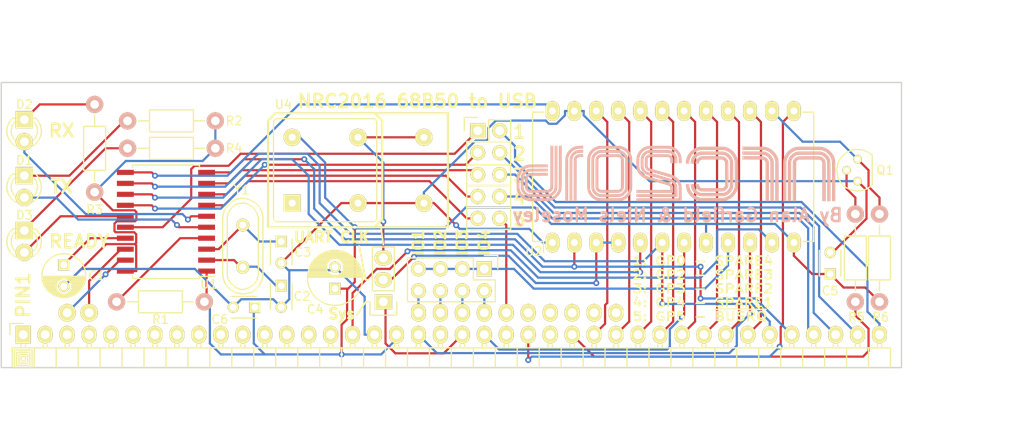
<source format=kicad_pcb>
(kicad_pcb (version 20171130) (host pcbnew "(5.1.12)-1")
  (layers (0 Top signal) (31 Bottom signal) (36 B.SilkS user hide) (37 F.SilkS user hide) (38 B.Mask user hide) (39 F.Mask user hide) (44 Edge.Cuts user))
  (net 0 "")
  (net 1 "Net-(C1-Pad1)")
  (net 2 GND)
  (net 3 "Net-(C2-Pad1)")
  (net 4 "Net-(C3-Pad1)")
  (net 5 VCC)
  (net 6 "Net-(CON1-Pad1)")
  (net 7 "Net-(CON1-Pad2)")
  (net 8 "Net-(D1-Pad1)")
  (net 9 "Net-(D1-Pad2)")
  (net 10 "Net-(D2-Pad1)")
  (net 11 "Net-(D2-Pad2)")
  (net 12 "Net-(D3-Pad1)")
  (net 13 "Net-(D3-Pad2)")
  (net 14 /~CLK)
  (net 15 "Net-(JP1-Pad2)")
  (net 16 /A0)
  (net 17 /~M1)
  (net 18 /~INT)
  (net 19 /~WR)
  (net 20 /~IORQ)
  (net 21 /D0)
  (net 22 /D1)
  (net 23 /D2)
  (net 24 /D3)
  (net 25 /D4)
  (net 26 /D5)
  (net 27 /D6)
  (net 28 /D7)
  (net 29 /TX)
  (net 30 /RX)
  (net 31 /S1)
  (net 32 /S2)
  (net 33 /S3)
  (net 34 /S4)
  (net 35 /~BUSRQ)
  (net 36 /GP0)
  (net 37 /GP2)
  (net 38 /GP3)
  (net 39 /GP4)
  (net 40 /GP5)
  (net 41 "Net-(R1-Pad2)")
  (net 42 "Net-(U1-Pad11)")
  (net 43 "Net-(U1-Pad13)")
  (net 44 /ENA)
  (net 45 "Net-(Q1-Pad2)")
  (net 46 "Net-(JP1-Pad3)")
  (net 47 "Net-(P2-Pad1)")
  (net 48 "Net-(P2-Pad2)")
  (net 49 "Net-(P2-Pad3)")
  (net 50 "Net-(P2-Pad4)")
  (net 51 /~IOSEL)
  (module Pin_Header_Angled_1x02_nrc2016 (layer Top) (at 96.52 111.76 90)
    (fp_text reference CON1 hide)
    (fp_text value USB)
    (pad 1 thru_hole oval (at 8.89 0 270) (size 2.032 2.032) (drill 1.016) (layers *.Cu *.Mask F.SilkS) (net 6 "Net-(CON1-Pad1)"))
    (pad 2 thru_hole oval (at 8.89 2.54 270) (size 2.032 2.032) (drill 1.016) (layers *.Cu *.Mask F.SilkS) (net 7 "Net-(CON1-Pad2)"))
  )
  (module Pin_Header_Angled_1x10_nrc2016 (layer Top) (at 137.16 106.68 90)
    (fp_text reference P2 hide)
    (fp_text value IO_BUS_PINS)
    (pad 1 thru_hole oval (at 3.81 0 270) (size 2.032 1.7272) (drill 1.016) (layers *.Cu *.Mask F.SilkS) (net 47 "Net-(P2-Pad1)"))
    (pad 2 thru_hole oval (at 3.81 2.54 270) (size 2.032 1.7272) (drill 1.016) (layers *.Cu *.Mask F.SilkS) (net 48 "Net-(P2-Pad2)"))
    (pad 3 thru_hole oval (at 3.81 5.08 270) (size 2.032 1.7272) (drill 1.016) (layers *.Cu *.Mask F.SilkS) (net 49 "Net-(P2-Pad3)"))
    (pad 4 thru_hole oval (at 3.81 7.62 270) (size 2.032 1.7272) (drill 1.016) (layers *.Cu *.Mask F.SilkS) (net 50 "Net-(P2-Pad4)"))
    (pad 5 thru_hole oval (at 3.81 10.16 270) (size 2.032 1.7272) (drill 1.016) (layers *.Cu *.Mask F.SilkS) (net 35 /~BUSRQ))
    (pad 6 thru_hole oval (at 3.81 12.7 270) (size 2.032 1.7272) (drill 1.016) (layers *.Cu *.Mask F.SilkS))
    (pad 7 thru_hole oval (at 3.81 15.24 270) (size 2.032 1.7272) (drill 1.016) (layers *.Cu *.Mask F.SilkS))
    (pad 8 thru_hole oval (at 3.81 17.78 270) (size 2.032 1.7272) (drill 1.016) (layers *.Cu *.Mask F.SilkS))
    (pad 9 thru_hole oval (at 3.81 20.32 270) (size 2.032 1.7272) (drill 1.016) (layers *.Cu *.Mask F.SilkS))
    (pad 10 thru_hole oval (at 3.81 22.86 270) (size 2.032 1.7272) (drill 1.016) (layers *.Cu *.Mask F.SilkS))
  )
  (module Housings_DIP:DIP-24_W15.24mm_LongPads (layer Top) (at 152.654 94.742 90)
    (fp_text reference U2 (at -1.016 -2.159 180) (layer F.SilkS))
    (fp_text value 68B50)
    (pad 1 thru_hole oval (at 0 0 90) (size 2.3 1.6) (drill 0.8) (layers *.Cu *.Mask F.SilkS) (net 2 GND))
    (pad 2 thru_hole oval (at 0 2.54 90) (size 2.3 1.6) (drill 0.8) (layers *.Cu *.Mask F.SilkS) (net 30 /RX))
    (pad 3 thru_hole oval (at 0 5.08 90) (size 2.3 1.6) (drill 0.8) (layers *.Cu *.Mask F.SilkS) (net 15 "Net-(JP1-Pad2)"))
    (pad 4 thru_hole oval (at 0 7.62 90) (size 2.3 1.6) (drill 0.8) (layers *.Cu *.Mask F.SilkS) (net 15 "Net-(JP1-Pad2)"))
    (pad 5 thru_hole oval (at 0 10.16 90) (size 2.3 1.6) (drill 0.8) (layers *.Cu *.Mask F.SilkS) (net 43 "Net-(U1-Pad13)"))
    (pad 6 thru_hole oval (at 0 12.7 90) (size 2.3 1.6) (drill 0.8) (layers *.Cu *.Mask F.SilkS) (net 29 /TX))
    (pad 7 thru_hole oval (at 0 15.24 90) (size 2.3 1.6) (drill 0.8) (layers *.Cu *.Mask F.SilkS) (net 18 /~INT))
    (pad 8 thru_hole oval (at 0 17.78 90) (size 2.3 1.6) (drill 0.8) (layers *.Cu *.Mask F.SilkS) (net 5 VCC))
    (pad 9 thru_hole oval (at 0 20.32 90) (size 2.3 1.6) (drill 0.8) (layers *.Cu *.Mask F.SilkS) (net 51 /~IOSEL))
    (pad 10 thru_hole oval (at 0 22.86 90) (size 2.3 1.6) (drill 0.8) (layers *.Cu *.Mask F.SilkS) (net 17 /~M1))
    (pad 11 thru_hole oval (at 0 25.4 90) (size 2.3 1.6) (drill 0.8) (layers *.Cu *.Mask F.SilkS) (net 16 /A0))
    (pad 12 thru_hole oval (at 0 27.94 90) (size 2.3 1.6) (drill 0.8) (layers *.Cu *.Mask F.SilkS) (net 5 VCC))
    (pad 13 thru_hole oval (at 15.24 27.94 90) (size 2.3 1.6) (drill 0.8) (layers *.Cu *.Mask F.SilkS) (net 19 /~WR))
    (pad 14 thru_hole oval (at 15.24 25.4 90) (size 2.3 1.6) (drill 0.8) (layers *.Cu *.Mask F.SilkS) (net 44 /ENA))
    (pad 15 thru_hole oval (at 15.24 22.86 90) (size 2.3 1.6) (drill 0.8) (layers *.Cu *.Mask F.SilkS) (net 28 /D7))
    (pad 16 thru_hole oval (at 15.24 20.32 90) (size 2.3 1.6) (drill 0.8) (layers *.Cu *.Mask F.SilkS) (net 27 /D6))
    (pad 17 thru_hole oval (at 15.24 17.78 90) (size 2.3 1.6) (drill 0.8) (layers *.Cu *.Mask F.SilkS) (net 26 /D5))
    (pad 18 thru_hole oval (at 15.24 15.24 90) (size 2.3 1.6) (drill 0.8) (layers *.Cu *.Mask F.SilkS) (net 25 /D4))
    (pad 19 thru_hole oval (at 15.24 12.7 90) (size 2.3 1.6) (drill 0.8) (layers *.Cu *.Mask F.SilkS) (net 24 /D3))
    (pad 20 thru_hole oval (at 15.24 10.16 90) (size 2.3 1.6) (drill 0.8) (layers *.Cu *.Mask F.SilkS) (net 23 /D2))
    (pad 21 thru_hole oval (at 15.24 7.62 90) (size 2.3 1.6) (drill 0.8) (layers *.Cu *.Mask F.SilkS) (net 22 /D1))
    (pad 22 thru_hole oval (at 15.24 5.08 90) (size 2.3 1.6) (drill 0.8) (layers *.Cu *.Mask F.SilkS) (net 21 /D0))
    (pad 23 thru_hole oval (at 15.24 2.54 90) (size 2.3 1.6) (drill 0.8) (layers *.Cu *.Mask F.SilkS) (net 2 GND))
    (pad 24 thru_hole oval (at 15.24 0 90) (size 2.3 1.6) (drill 0.8) (layers *.Cu *.Mask F.SilkS) (net 42 "Net-(U1-Pad11)"))
  )
  (module Capacitors_ThroughHole:C_Radial_D5_L6_P2.5 (layer Top) (at 96.139 97.322 270)
    (fp_text reference C1 (at 1.25 -3.8) (layer F.SilkS))
    (fp_text value 1uF)
    (pad 1 thru_hole rect (at 0 0 270) (size 1.3 1.3) (drill 0.8) (layers *.Cu *.Mask F.SilkS) (net 1 "Net-(C1-Pad1)"))
    (pad 2 thru_hole circle (at 2.5 0 270) (size 1.3 1.3) (drill 0.8) (layers *.Cu *.Mask F.SilkS) (net 2 GND))
  )
  (module Capacitors_ThroughHole:C_Radial_D6.3_L11.2_P2.5 (layer Top) (at 127.508 100.076 90)
    (fp_text reference C4 (at -2.413 -2.286 180) (layer F.SilkS))
    (fp_text value 10uF)
    (pad 2 thru_hole circle (at 2.5 0 90) (size 1.3 1.3) (drill 0.8) (layers *.Cu *.Mask F.SilkS) (net 2 GND))
    (pad 1 thru_hole rect (at 0 0 90) (size 1.3 1.3) (drill 0.8) (layers *.Cu *.Mask F.SilkS) (net 5 VCC))
  )
  (module Capacitors_ThroughHole:C_Disc_D3_P2.5 (layer Top) (at 184.785 98.385 90)
    (fp_text reference C5 (at -1.945 0 180) (layer F.SilkS))
    (fp_text value 100nF)
    (pad 1 thru_hole rect (at 0 0 90) (size 1.3 1.3) (drill 0.8) (layers *.Cu *.Mask F.SilkS) (net 5 VCC))
    (pad 2 thru_hole circle (at 2.5 0 90) (size 1.3 1.3) (drill 0.8001) (layers *.Cu *.Mask F.SilkS) (net 2 GND))
  )
  (module Capacitors_ThroughHole:C_Disc_D3_P2.5 (layer Top) (at 118.237 102.235 180)
    (fp_text reference C6 (at 4.064 -1.397 180) (layer F.SilkS))
    (fp_text value 100nF)
    (pad 1 thru_hole rect (at 0 0 180) (size 1.3 1.3) (drill 0.8) (layers *.Cu *.Mask F.SilkS) (net 5 VCC))
    (pad 2 thru_hole circle (at 2.5 0 180) (size 1.3 1.3) (drill 0.8001) (layers *.Cu *.Mask F.SilkS) (net 2 GND))
  )
  (module Pin_Headers:Pin_Header_Straight_1x03 (layer Top) (at 133.096 101.6 180)
    (fp_text reference JP1 hide)
    (fp_text value JUMPER3)
    (pad 1 thru_hole rect (at 0 0 180) (size 2.032 1.7272) (drill 1.016) (layers *.Cu *.Mask F.SilkS) (net 14 /~CLK))
    (pad 2 thru_hole oval (at 0 2.54 180) (size 2.032 1.7272) (drill 1.016) (layers *.Cu *.Mask F.SilkS) (net 15 "Net-(JP1-Pad2)"))
    (pad 3 thru_hole oval (at 0 5.08 180) (size 2.032 1.7272) (drill 1.016) (layers *.Cu *.Mask F.SilkS) (net 46 "Net-(JP1-Pad3)"))
  )
  (module Pin_Headers:Pin_Header_Straight_2x05 (layer Top) (at 144.018 81.788)
    (fp_text reference P3 hide)
    (fp_text value CONN_02X05)
    (pad 1 thru_hole rect (at 0 0) (size 1.7272 1.7272) (drill 1.016) (layers *.Cu *.Mask F.SilkS) (net 36 /GP0))
    (pad 2 thru_hole oval (at 2.54 0) (size 1.7272 1.7272) (drill 1.016) (layers *.Cu *.Mask F.SilkS) (net 34 /S4))
    (pad 3 thru_hole oval (at 0 2.54) (size 1.7272 1.7272) (drill 1.016) (layers *.Cu *.Mask F.SilkS) (net 37 /GP2))
    (pad 4 thru_hole oval (at 2.54 2.54) (size 1.7272 1.7272) (drill 1.016) (layers *.Cu *.Mask F.SilkS) (net 33 /S3))
    (pad 5 thru_hole oval (at 0 5.08) (size 1.7272 1.7272) (drill 1.016) (layers *.Cu *.Mask F.SilkS) (net 38 /GP3))
    (pad 6 thru_hole oval (at 2.54 5.08) (size 1.7272 1.7272) (drill 1.016) (layers *.Cu *.Mask F.SilkS) (net 32 /S2))
    (pad 7 thru_hole oval (at 0 7.62) (size 1.7272 1.7272) (drill 1.016) (layers *.Cu *.Mask F.SilkS) (net 39 /GP4))
    (pad 8 thru_hole oval (at 2.54 7.62) (size 1.7272 1.7272) (drill 1.016) (layers *.Cu *.Mask F.SilkS) (net 31 /S1))
    (pad 9 thru_hole oval (at 0 10.16) (size 1.7272 1.7272) (drill 1.016) (layers *.Cu *.Mask F.SilkS) (net 40 /GP5))
    (pad 10 thru_hole oval (at 2.54 10.16) (size 1.7272 1.7272) (drill 1.016) (layers *.Cu *.Mask F.SilkS) (net 35 /~BUSRQ))
  )
  (module Resistors_ThroughHole:Resistor_Horizontal_RM10mm (layer Top) (at 112.395 101.6 180)
    (fp_text reference R1 (at 5.08 -2.032 180) (layer F.SilkS))
    (fp_text value 10K)
    (pad 1 thru_hole circle (at 0 0 180) (size 1.99898 1.99898) (drill 1.00076) (layers *.Cu *.SilkS *.Mask) (net 5 VCC))
    (pad 2 thru_hole circle (at 10.16 0 180) (size 1.99898 1.99898) (drill 1.00076) (layers *.Cu *.SilkS *.Mask) (net 41 "Net-(R1-Pad2)"))
  )
  (module Resistors_ThroughHole:Resistor_Horizontal_RM10mm (layer Top) (at 113.665 80.645 180)
    (fp_text reference R2 (at -2.159 0 180) (layer F.SilkS))
    (fp_text value 220)
    (pad 1 thru_hole circle (at 0 0 180) (size 1.99898 1.99898) (drill 1.00076) (layers *.Cu *.SilkS *.Mask) (net 2 GND))
    (pad 2 thru_hole circle (at 10.16 0 180) (size 1.99898 1.99898) (drill 1.00076) (layers *.Cu *.SilkS *.Mask) (net 8 "Net-(D1-Pad1)"))
  )
  (module Resistors_ThroughHole:Resistor_Horizontal_RM10mm (layer Top) (at 99.695 88.9 90)
    (fp_text reference R3 (at -2.032 0) (layer F.SilkS))
    (fp_text value 220)
    (pad 1 thru_hole circle (at 0 0 90) (size 1.99898 1.99898) (drill 1.00076) (layers *.Cu *.SilkS *.Mask) (net 2 GND))
    (pad 2 thru_hole circle (at 10.16 0 90) (size 1.99898 1.99898) (drill 1.00076) (layers *.Cu *.SilkS *.Mask) (net 10 "Net-(D2-Pad1)"))
  )
  (module Resistors_ThroughHole:Resistor_Horizontal_RM10mm (layer Top) (at 113.665 83.82 180)
    (fp_text reference R4 (at -2.159 0 180) (layer F.SilkS))
    (fp_text value 220)
    (pad 1 thru_hole circle (at 0 0 180) (size 1.99898 1.99898) (drill 1.00076) (layers *.Cu *.SilkS *.Mask) (net 2 GND))
    (pad 2 thru_hole circle (at 10.16 0 180) (size 1.99898 1.99898) (drill 1.00076) (layers *.Cu *.SilkS *.Mask) (net 12 "Net-(D3-Pad1)"))
  )
  (module Crystals:Crystal_HC49-U_Vertical (layer Top) (at 116.84 95.1509 90)
    (fp_text reference Y1 (at 6.50494 -0.127 180) (layer F.SilkS))
    (fp_text value 12MHz)
    (pad 1 thru_hole circle (at -2.44094 0 90) (size 1.50114 1.50114) (drill 0.8001) (layers *.Cu *.Mask F.SilkS) (net 3 "Net-(C2-Pad1)"))
    (pad 2 thru_hole circle (at 2.44094 0 90) (size 1.50114 1.50114) (drill 0.8001) (layers *.Cu *.Mask F.SilkS) (net 4 "Net-(C3-Pad1)"))
  )
  (module TO_SOT_Packages_THT:TO-92_Molded_Narrow (layer Top) (at 187.96 87.63 90)
    (fp_text reference Q1 (at 1.27 3.175 180) (layer F.SilkS))
    (fp_text value Q_NPN_EBC)
    (pad 2 thru_hole circle (at 1.27 -1.27 180) (size 1.00076 1.00076) (drill 0.6) (layers *.Cu *.Mask F.SilkS) (net 45 "Net-(Q1-Pad2)"))
    (pad 3 thru_hole circle (at 2.54 0 180) (size 1.00076 1.00076) (drill 0.6) (layers *.Cu *.Mask F.SilkS) (net 44 /ENA))
    (pad 1 thru_hole circle (at 0 0 180) (size 1.00076 1.00076) (drill 0.6) (layers *.Cu *.Mask F.SilkS) (net 2 GND))
  )
  (module Resistors_ThroughHole:Resistor_Horizontal_RM10mm (layer Top) (at 187.706 91.44 270)
    (fp_text reference R5 (at 11.938 -0.127) (layer F.SilkS))
    (fp_text value 10K)
    (pad 1 thru_hole circle (at 0 0 270) (size 1.99898 1.99898) (drill 1.00076) (layers *.Cu *.SilkS *.Mask) (net 45 "Net-(Q1-Pad2)"))
    (pad 2 thru_hole circle (at 10.16 0 270) (size 1.99898 1.99898) (drill 1.00076) (layers *.Cu *.SilkS *.Mask) (net 20 /~IORQ))
  )
  (module Resistors_ThroughHole:Resistor_Horizontal_RM10mm (layer Top) (at 190.5 101.6 90)
    (fp_text reference R6 (at -1.778 0.127 180) (layer F.SilkS))
    (fp_text value 2K2)
    (pad 1 thru_hole circle (at 0 0 90) (size 1.99898 1.99898) (drill 1.00076) (layers *.Cu *.SilkS *.Mask) (net 5 VCC))
    (pad 2 thru_hole circle (at 10.16 0 90) (size 1.99898 1.99898) (drill 1.00076) (layers *.Cu *.SilkS *.Mask) (net 44 /ENA))
  )
  (module Capacitors_ThroughHole:C_Disc_D3_P2.5 (layer Top) (at 121.285 99.735 270)
    (fp_text reference C2 (at 1.23 -2.413) (layer F.SilkS))
    (fp_text value 22pF)
    (pad 1 thru_hole rect (at 0 0 270) (size 1.3 1.3) (drill 0.8) (layers *.Cu *.Mask F.SilkS) (net 3 "Net-(C2-Pad1)"))
    (pad 2 thru_hole circle (at 2.5 0 270) (size 1.3 1.3) (drill 0.8001) (layers *.Cu *.Mask F.SilkS) (net 2 GND))
  )
  (module Capacitors_ThroughHole:C_Disc_D3_P2.5 (layer Top) (at 121.285 94.615 270)
    (fp_text reference C3 (at 1.25 -2.5) (layer F.SilkS))
    (fp_text value 22pF)
    (pad 1 thru_hole rect (at 0 0 270) (size 1.3 1.3) (drill 0.8) (layers *.Cu *.Mask F.SilkS) (net 4 "Net-(C3-Pad1)"))
    (pad 2 thru_hole circle (at 2.5 0 270) (size 1.3 1.3) (drill 0.8001) (layers *.Cu *.Mask F.SilkS) (net 2 GND))
  )
  (module Housings_SOIC:SOIC-20W_7.5x12.8mm_Pitch1.27mm (layer Top) (at 107.95 92.33 180)
    (fp_text reference U1 (at -4.953 -7.238 180) (layer F.SilkS))
    (fp_text value MCP2200)
    (pad 1 smd rect (at -4.7 -5.715 180) (size 1.95 0.6) (layers Top F.Mask) (net 5 VCC))
    (pad 2 smd rect (at -4.7 -4.445 180) (size 1.95 0.6) (layers Top F.Mask) (net 3 "Net-(C2-Pad1)"))
    (pad 3 smd rect (at -4.7 -3.175 180) (size 1.95 0.6) (layers Top F.Mask) (net 4 "Net-(C3-Pad1)"))
    (pad 4 smd rect (at -4.7 -1.905 180) (size 1.95 0.6) (layers Top F.Mask) (net 41 "Net-(R1-Pad2)"))
    (pad 5 smd rect (at -4.7 -0.635 180) (size 1.95 0.6) (layers Top F.Mask) (net 9 "Net-(D1-Pad2)"))
    (pad 6 smd rect (at -4.7 0.635 180) (size 1.95 0.6) (layers Top F.Mask) (net 11 "Net-(D2-Pad2)"))
    (pad 7 smd rect (at -4.7 1.905 180) (size 1.95 0.6) (layers Top F.Mask) (net 40 /GP5))
    (pad 8 smd rect (at -4.7 3.175 180) (size 1.95 0.6) (layers Top F.Mask) (net 39 /GP4))
    (pad 9 smd rect (at -4.7 4.445 180) (size 1.95 0.6) (layers Top F.Mask) (net 38 /GP3))
    (pad 10 smd rect (at -4.7 5.715 180) (size 1.95 0.6) (layers Top F.Mask) (net 30 /RX))
    (pad 11 smd rect (at 4.7 5.715 180) (size 1.95 0.6) (layers Top F.Mask) (net 42 "Net-(U1-Pad11)"))
    (pad 12 smd rect (at 4.7 4.445 180) (size 1.95 0.6) (layers Top F.Mask) (net 29 /TX))
    (pad 13 smd rect (at 4.7 3.175 180) (size 1.95 0.6) (layers Top F.Mask) (net 43 "Net-(U1-Pad13)"))
    (pad 14 smd rect (at 4.7 1.905 180) (size 1.95 0.6) (layers Top F.Mask) (net 37 /GP2))
    (pad 15 smd rect (at 4.7 0.635 180) (size 1.95 0.6) (layers Top F.Mask) (net 13 "Net-(D3-Pad2)"))
    (pad 16 smd rect (at 4.7 -0.635 180) (size 1.95 0.6) (layers Top F.Mask) (net 36 /GP0))
    (pad 17 smd rect (at 4.7 -1.905 180) (size 1.95 0.6) (layers Top F.Mask) (net 1 "Net-(C1-Pad1)"))
    (pad 18 smd rect (at 4.7 -3.175 180) (size 1.95 0.6) (layers Top F.Mask) (net 7 "Net-(CON1-Pad2)"))
    (pad 19 smd rect (at 4.7 -4.445 180) (size 1.95 0.6) (layers Top F.Mask) (net 6 "Net-(CON1-Pad1)"))
    (pad 20 smd rect (at 4.7 -5.715 180) (size 1.95 0.6) (layers Top F.Mask) (net 2 GND))
  )
  (module nrc2016:OSC_MULTIPACKAGE_DIP (layer Top) (at 126.365 86.36)
    (fp_text reference U4 (at -4.826 -7.62) (layer F.SilkS))
    (fp_text value 1.8432MHz)
    (pad OUT thru_hole circle (at 11.43 -3.81) (size 2 2) (drill 0.8128) (layers *.Cu *.Mask F.SilkS) (net 46 "Net-(JP1-Pad3)"))
    (pad GND thru_hole circle (at 11.43 3.81) (size 2 2) (drill 0.8128) (layers *.Cu *.Mask F.SilkS) (net 2 GND))
    (pad NC thru_hole rect (at -3.81 3.81) (size 2 2) (drill 0.8128) (layers *.Cu *.Mask F.SilkS))
    (pad VCC thru_hole circle (at -3.81 -3.81) (size 2 2) (drill 0.8128) (layers *.Cu *.Mask F.SilkS) (net 5 VCC))
    (pad OUT thru_hole circle (at 3.81 -3.81) (size 2 2) (drill 0.8128) (layers *.Cu *.Mask F.SilkS) (net 46 "Net-(JP1-Pad3)"))
    (pad GND thru_hole circle (at 3.81 3.81) (size 2 2) (drill 0.8128) (layers *.Cu *.Mask F.SilkS) (net 2 GND))
  )
  (module nrc2016_logo:nrc2016_top_logo_1600 (layer Bottom) (at 167.005 86.868 180)
    (fp_text reference LOGO1 hide)
    (fp_text value BackLogo hide)
  )
  (module LEDs:LED-3MM (layer Top) (at 91.567 86.995 270)
    (fp_text reference D1 (at -1.778 0 180) (layer F.SilkS))
    (fp_text value "TX LED")
    (pad 1 thru_hole rect (at 0 0) (size 2 2) (drill 1.00076) (layers *.Cu *.Mask F.SilkS) (net 8 "Net-(D1-Pad1)"))
    (pad 2 thru_hole circle (at 2.54 0 270) (size 2 2) (drill 1.00076) (layers *.Cu *.Mask F.SilkS) (net 9 "Net-(D1-Pad2)"))
  )
  (module LEDs:LED-3MM (layer Top) (at 91.567 80.518 270)
    (fp_text reference D2 (at -1.778 0 180) (layer F.SilkS))
    (fp_text value "RX LED")
    (pad 1 thru_hole rect (at 0 0) (size 2 2) (drill 1.00076) (layers *.Cu *.Mask F.SilkS) (net 10 "Net-(D2-Pad1)"))
    (pad 2 thru_hole circle (at 2.54 0 270) (size 2 2) (drill 1.00076) (layers *.Cu *.Mask F.SilkS) (net 11 "Net-(D2-Pad2)"))
  )
  (module LEDs:LED-3MM (layer Top) (at 91.567 93.345 270)
    (fp_text reference D3 (at -1.778 0) (layer F.SilkS))
    (fp_text value "USB RDY")
    (pad 1 thru_hole rect (at 0 0) (size 2 2) (drill 1.00076) (layers *.Cu *.Mask F.SilkS) (net 12 "Net-(D3-Pad1)"))
    (pad 2 thru_hole circle (at 2.54 0 270) (size 2 2) (drill 1.00076) (layers *.Cu *.Mask F.SilkS) (net 13 "Net-(D3-Pad2)"))
  )
  (module nrc2016:Pin_Header_Angled_1x40_nrc2016 (layer Top) (at 91.44 114.3 90)
    (fp_text reference P1 hide)
    (fp_text value Z80_BUS_PINS)
    (pad 1 thru_hole rect (at 8.89 0 270) (size 2.032 1.7272) (drill 1.016) (layers *.Cu *.Mask F.SilkS))
    (pad 2 thru_hole oval (at 8.89 2.54 270) (size 2.032 1.7272) (drill 1.016) (layers *.Cu *.Mask F.SilkS))
    (pad 3 thru_hole oval (at 8.89 5.08 270) (size 2.032 1.7272) (drill 1.016) (layers *.Cu *.Mask F.SilkS))
    (pad 4 thru_hole oval (at 8.89 7.62 270) (size 2.032 1.7272) (drill 1.016) (layers *.Cu *.Mask F.SilkS))
    (pad 5 thru_hole oval (at 8.89 10.16 270) (size 2.032 1.7272) (drill 1.016) (layers *.Cu *.Mask F.SilkS))
    (pad 6 thru_hole oval (at 8.89 12.7 270) (size 2.032 1.7272) (drill 1.016) (layers *.Cu *.Mask F.SilkS))
    (pad 7 thru_hole oval (at 8.89 15.24 270) (size 2.032 1.7272) (drill 1.016) (layers *.Cu *.Mask F.SilkS))
    (pad 8 thru_hole oval (at 8.89 17.78 270) (size 2.032 1.7272) (drill 1.016) (layers *.Cu *.Mask F.SilkS))
    (pad 9 thru_hole oval (at 8.89 20.32 270) (size 2.032 1.7272) (drill 1.016) (layers *.Cu *.Mask F.SilkS))
    (pad 10 thru_hole oval (at 8.89 22.86 270) (size 2.032 1.7272) (drill 1.016) (layers *.Cu *.Mask F.SilkS))
    (pad 11 thru_hole oval (at 8.89 25.4 270) (size 2.032 1.7272) (drill 1.016) (layers *.Cu *.Mask F.SilkS))
    (pad 12 thru_hole oval (at 8.89 27.94 270) (size 2.032 1.7272) (drill 1.016) (layers *.Cu *.Mask F.SilkS))
    (pad 13 thru_hole oval (at 8.89 30.48 270) (size 2.032 1.7272) (drill 1.016) (layers *.Cu *.Mask F.SilkS))
    (pad 14 thru_hole oval (at 8.89 33.02 270) (size 2.032 1.7272) (drill 1.016) (layers *.Cu *.Mask F.SilkS))
    (pad 15 thru_hole oval (at 8.89 35.56 270) (size 2.032 1.7272) (drill 1.016) (layers *.Cu *.Mask F.SilkS))
    (pad 16 thru_hole oval (at 8.89 38.1 270) (size 2.032 1.7272) (drill 1.016) (layers *.Cu *.Mask F.SilkS) (net 16 /A0))
    (pad 17 thru_hole oval (at 8.89 40.64 270) (size 2.032 1.7272) (drill 1.016) (layers *.Cu *.Mask F.SilkS) (net 2 GND))
    (pad 18 thru_hole oval (at 8.89 43.18 270) (size 2.032 1.7272) (drill 1.016) (layers *.Cu *.Mask F.SilkS) (net 5 VCC))
    (pad 19 thru_hole oval (at 8.89 45.72 270) (size 2.032 1.7272) (drill 1.016) (layers *.Cu *.Mask F.SilkS) (net 17 /~M1))
    (pad 20 thru_hole oval (at 8.89 48.26 270) (size 2.032 1.7272) (drill 1.016) (layers *.Cu *.Mask F.SilkS))
    (pad 21 thru_hole oval (at 8.89 50.8 270) (size 2.032 1.7272) (drill 1.016) (layers *.Cu *.Mask F.SilkS) (net 14 /~CLK))
    (pad 22 thru_hole oval (at 8.89 53.34 270) (size 2.032 1.7272) (drill 1.016) (layers *.Cu *.Mask F.SilkS) (net 18 /~INT))
    (pad 23 thru_hole oval (at 8.89 55.88 270) (size 2.032 1.7272) (drill 1.016) (layers *.Cu *.Mask F.SilkS))
    (pad 24 thru_hole oval (at 8.89 58.42 270) (size 2.032 1.7272) (drill 1.016) (layers *.Cu *.Mask F.SilkS) (net 19 /~WR))
    (pad 25 thru_hole oval (at 8.89 60.96 270) (size 2.032 1.7272) (drill 1.016) (layers *.Cu *.Mask F.SilkS))
    (pad 26 thru_hole oval (at 8.89 63.5 270) (size 2.032 1.7272) (drill 1.016) (layers *.Cu *.Mask F.SilkS) (net 20 /~IORQ))
    (pad 27 thru_hole oval (at 8.89 66.04 270) (size 2.032 1.7272) (drill 1.016) (layers *.Cu *.Mask F.SilkS) (net 21 /D0))
    (pad 28 thru_hole oval (at 8.89 68.58 270) (size 2.032 1.7272) (drill 1.016) (layers *.Cu *.Mask F.SilkS) (net 22 /D1))
    (pad 29 thru_hole oval (at 8.89 71.12 270) (size 2.032 1.7272) (drill 1.016) (layers *.Cu *.Mask F.SilkS) (net 23 /D2))
    (pad 30 thru_hole oval (at 8.89 73.66 270) (size 2.032 1.7272) (drill 1.016) (layers *.Cu *.Mask F.SilkS) (net 24 /D3))
    (pad 31 thru_hole oval (at 8.89 76.2 270) (size 2.032 1.7272) (drill 1.016) (layers *.Cu *.Mask F.SilkS) (net 25 /D4))
    (pad 32 thru_hole oval (at 8.89 78.74 270) (size 2.032 1.7272) (drill 1.016) (layers *.Cu *.Mask F.SilkS) (net 26 /D5))
    (pad 33 thru_hole oval (at 8.89 81.28 270) (size 2.032 1.7272) (drill 1.016) (layers *.Cu *.Mask F.SilkS) (net 27 /D6))
    (pad 34 thru_hole oval (at 8.89 83.82 270) (size 2.032 1.7272) (drill 1.016) (layers *.Cu *.Mask F.SilkS) (net 28 /D7))
    (pad 35 thru_hole oval (at 8.89 86.36 270) (size 2.032 1.7272) (drill 1.016) (layers *.Cu *.Mask F.SilkS) (net 29 /TX))
    (pad 36 thru_hole oval (at 8.89 88.9 270) (size 2.032 1.7272) (drill 1.016) (layers *.Cu *.Mask F.SilkS) (net 30 /RX))
    (pad 37 thru_hole oval (at 8.89 91.44 270) (size 2.032 1.7272) (drill 1.016) (layers *.Cu *.Mask F.SilkS) (net 31 /S1))
    (pad 38 thru_hole oval (at 8.89 93.98 270) (size 2.032 1.7272) (drill 1.016) (layers *.Cu *.Mask F.SilkS) (net 32 /S2))
    (pad 39 thru_hole oval (at 8.89 96.52 270) (size 2.032 1.7272) (drill 1.016) (layers *.Cu *.Mask F.SilkS) (net 33 /S3))
    (pad 40 thru_hole oval (at 8.89 99.06 270) (size 2.032 1.7272) (drill 1.016) (layers *.Cu *.Mask F.SilkS) (net 34 /S4))
  )
  (module Pin_Headers:Pin_Header_Straight_2x04 (layer Top) (at 144.78 97.79 270)
    (fp_text reference P4 hide)
    (fp_text value CONN_02X04)
    (pad 1 thru_hole rect (at 0 0 270) (size 1.7272 1.7272) (drill 1.016) (layers *.Cu *.Mask F.SilkS) (net 51 /~IOSEL))
    (pad 2 thru_hole oval (at 2.54 0 270) (size 1.7272 1.7272) (drill 1.016) (layers *.Cu *.Mask F.SilkS) (net 50 "Net-(P2-Pad4)"))
    (pad 3 thru_hole oval (at 0 2.54 270) (size 1.7272 1.7272) (drill 1.016) (layers *.Cu *.Mask F.SilkS) (net 51 /~IOSEL))
    (pad 4 thru_hole oval (at 2.54 2.54 270) (size 1.7272 1.7272) (drill 1.016) (layers *.Cu *.Mask F.SilkS) (net 49 "Net-(P2-Pad3)"))
    (pad 5 thru_hole oval (at 0 5.08 270) (size 1.7272 1.7272) (drill 1.016) (layers *.Cu *.Mask F.SilkS) (net 51 /~IOSEL))
    (pad 6 thru_hole oval (at 2.54 5.08 270) (size 1.7272 1.7272) (drill 1.016) (layers *.Cu *.Mask F.SilkS) (net 48 "Net-(P2-Pad2)"))
    (pad 7 thru_hole oval (at 0 7.62 270) (size 1.7272 1.7272) (drill 1.016) (layers *.Cu *.Mask F.SilkS) (net 51 /~IOSEL))
    (pad 8 thru_hole oval (at 2.54 7.62 270) (size 1.7272 1.7272) (drill 1.016) (layers *.Cu *.Mask F.SilkS) (net 47 "Net-(P2-Pad1)"))
  )
  (gr_line (start 133.096 94.996) (end 132.842 93.091) (layer F.SilkS) (width 0.2))
  (gr_line (start 131.064 99.06) (end 130.302 95.123) (layer F.SilkS) (width 0.2))
  (gr_line (start 131.318 99.06) (end 131.064 99.06) (layer F.SilkS) (width 0.2))
  (gr_line (start 131.064 101.6) (end 131.318 101.6) (layer F.SilkS) (width 0.2))
  (gr_line (start 130.048 103.124) (end 131.064 101.6) (layer F.SilkS) (width 0.2))
  (gr_line (start 142.748 83.058) (end 147.828 83.058) (layer F.SilkS) (width 0.2))
  (gr_line (start 142.748 85.725) (end 147.828 85.725) (layer F.SilkS) (width 0.2))
  (gr_line (start 142.748 88.138) (end 147.828 88.138) (layer F.SilkS) (width 0.2))
  (gr_line (start 142.748 90.678) (end 147.828 90.678) (layer F.SilkS) (width 0.2))
  (gr_line (start 193.04 109.22) (end 88.9 109.22) (angle 90) (layer Edge.Cuts) (width 0.15))
  (gr_line (start 193.04 76.2) (end 193.04 109.22) (angle 90) (layer Edge.Cuts) (width 0.15))
  (gr_line (start 88.9 76.2) (end 193.04 76.2) (angle 90) (layer Edge.Cuts) (width 0.15))
  (gr_line (start 88.9 109.22) (end 88.9 76.2) (angle 90) (layer Edge.Cuts) (width 0.15))
  (gr_text Sys (at 128.27 102.997) (layer F.SilkS) (effects (font (size 1.2 1.2) (thickness 0.3))))
  (gr_text "UART CLK" (at 127.127 94.107) (layer F.SilkS) (effects (font (size 1.2 1.2) (thickness 0.3))))
  (gr_text IO4 (at 144.78 94.742 90) (layer F.SilkS) (effects (font (size 1.2 1.2) (thickness 0.3))))
  (gr_text IO3 (at 142.24 94.742 90) (layer F.SilkS) (effects (font (size 1.2 1.2) (thickness 0.3))))
  (gr_text IO2 (at 139.7 94.742 90) (layer F.SilkS) (effects (font (size 1.2 1.2) (thickness 0.3))))
  (gr_text IO1 (at 137.16 94.742 90) (layer F.SilkS) (effects (font (size 1.2 1.2) (thickness 0.3))))
  (gr_text PIN1 (at 91.44 100.838 90) (layer F.SilkS) (effects (font (size 1.5 1.5) (thickness 0.3))))
  (gr_text "By Alan Garfield & Niels Moseley" (at 167.132 91.567) (layer B.SilkS) (effects (font (size 1.5 1.5) (thickness 0.3)) (justify mirror)))
  (gr_text "NRC2016 68B50 to USB" (at 137.033 78.359) (layer F.SilkS) (effects (font (size 1.5 1.5) (thickness 0.3))))
  (gr_text "1: GP0 - SPARE4\n2: GP2 - SPARE3\n3: GP3 - SPARE2\n4: GP4 - SPARE1\n5: GP5 - ~BUSRQ" (at 161.798 100.076) (layer F.SilkS) (effects (font (size 1 1.2) (thickness 0.2)) (justify left)))
  (gr_text 5 (at 148.844 92.075) (layer F.SilkS) (effects (font (size 1.5 1.5) (thickness 0.3))))
  (gr_text 4 (at 148.844 89.535) (layer F.SilkS) (effects (font (size 1.5 1.5) (thickness 0.3))))
  (gr_text 3 (at 148.844 86.995) (layer F.SilkS) (effects (font (size 1.5 1.5) (thickness 0.3))))
  (gr_text 2 (at 148.844 84.455) (layer F.SilkS) (effects (font (size 1.5 1.5) (thickness 0.3))))
  (gr_text 1 (at 148.844 81.915) (layer F.SilkS) (effects (font (size 1.5 1.5) (thickness 0.3))))
  (gr_text READY (at 97.917 94.615) (layer F.SilkS) (effects (font (size 1.5 1.5) (thickness 0.3))))
  (gr_text RX (at 95.885 81.788) (layer F.SilkS) (effects (font (size 1.5 1.5) (thickness 0.3))))
  (gr_text TX (at 95.885 88.265) (layer F.SilkS) (effects (font (size 1.5 1.5) (thickness 0.3))))
  (segment (start 96.139 97.282) (end 96.139 97.322) (width 0.254) (layer Top) (net 1))
  (segment (start 96.139 97.282) (end 99.186 94.235) (width 0.254) (layer Top) (net 1))
  (segment (start 99.186 94.235) (end 103.25 94.235) (width 0.254) (layer Top) (net 1))
  (segment (start 152.654 94.742) (end 151.5745 94.742) (width 0.254) (layer Bottom) (net 2))
  (segment (start 137.795 90.17) (end 138.9547 90.17) (width 0.254) (layer Top) (net 2))
  (segment (start 138.9547 90.17) (end 141.5204 92.7357) (width 0.254) (layer Top) (net 2))
  (segment (start 151.5745 94.742) (end 149.9869 93.1544) (width 0.254) (layer Bottom) (net 2))
  (segment (start 149.9869 93.1544) (end 141.9391 93.1544) (width 0.254) (layer Bottom) (net 2))
  (segment (start 141.9391 93.1544) (end 141.5204 92.7357) (width 0.254) (layer Bottom) (net 2))
  (segment (start 130.175 90.17) (end 137.795 90.17) (width 0.254) (layer Top) (net 2))
  (segment (start 121.285 97.115) (end 128.23 90.17) (width 0.254) (layer Top) (net 2))
  (segment (start 128.23 90.17) (end 130.175 90.17) (width 0.254) (layer Top) (net 2))
  (segment (start 115.737 102.235) (end 111.2952 97.7932) (width 0.254) (layer Bottom) (net 2))
  (segment (start 111.2952 97.7932) (end 98.1678 97.7932) (width 0.254) (layer Bottom) (net 2))
  (segment (start 98.1678 97.7932) (end 96.139 99.822) (width 0.254) (layer Bottom) (net 2))
  (segment (start 115.737 102.235) (end 116.6666 101.3054) (width 0.254) (layer Bottom) (net 2))
  (segment (start 116.6666 101.3054) (end 120.3554 101.3054) (width 0.254) (layer Bottom) (net 2))
  (segment (start 120.3554 101.3054) (end 121.285 102.235) (width 0.254) (layer Bottom) (net 2))
  (segment (start 155.194 79.502) (end 156.2735 79.502) (width 0.254) (layer Bottom) (net 2))
  (segment (start 187.96 87.63) (end 163.9031 87.63) (width 0.254) (layer Bottom) (net 2))
  (segment (start 163.9031 87.63) (end 156.2735 80.0004) (width 0.254) (layer Bottom) (net 2))
  (segment (start 156.2735 80.0004) (end 156.2735 79.502) (width 0.254) (layer Bottom) (net 2))
  (segment (start 122.2146 97.9429) (end 127.1411 97.9429) (width 0.254) (layer Bottom) (net 2))
  (segment (start 127.1411 97.9429) (end 127.508 97.576) (width 0.254) (layer Bottom) (net 2))
  (segment (start 121.285 97.115) (end 122.1129 97.9429) (width 0.254) (layer Bottom) (net 2))
  (segment (start 122.1129 97.9429) (end 122.2146 97.9429) (width 0.254) (layer Bottom) (net 2))
  (segment (start 122.2146 97.9429) (end 122.2146 101.3054) (width 0.254) (layer Bottom) (net 2))
  (segment (start 122.2146 101.3054) (end 121.285 102.235) (width 0.254) (layer Bottom) (net 2))
  (segment (start 104.363 94.9254) (end 101.0356 94.9254) (width 0.254) (layer Top) (net 2))
  (segment (start 101.0356 94.9254) (end 96.139 99.822) (width 0.254) (layer Top) (net 2))
  (segment (start 104.5045 98.045) (end 104.5045 95.0669) (width 0.254) (layer Top) (net 2))
  (segment (start 104.5045 95.0669) (end 104.363 94.9254) (width 0.254) (layer Top) (net 2))
  (segment (start 99.695 88.9) (end 101.7996 91.0046) (width 0.254) (layer Top) (net 2))
  (segment (start 101.7996 91.0046) (end 104.3251 91.0046) (width 0.254) (layer Top) (net 2))
  (segment (start 104.3251 91.0046) (end 104.5281 91.2076) (width 0.254) (layer Top) (net 2))
  (segment (start 104.5281 91.2076) (end 104.5281 92.1222) (width 0.254) (layer Top) (net 2))
  (segment (start 104.5281 92.1222) (end 104.3757 92.2746) (width 0.254) (layer Top) (net 2))
  (segment (start 104.3757 92.2746) (end 102.262 92.2746) (width 0.254) (layer Top) (net 2))
  (segment (start 102.262 92.2746) (end 101.9954 92.5412) (width 0.254) (layer Top) (net 2))
  (segment (start 101.9954 92.5412) (end 101.9954 93.4192) (width 0.254) (layer Top) (net 2))
  (segment (start 101.9954 93.4192) (end 102.1208 93.5446) (width 0.254) (layer Top) (net 2))
  (segment (start 102.1208 93.5446) (end 104.2723 93.5446) (width 0.254) (layer Top) (net 2))
  (segment (start 104.2723 93.5446) (end 104.5046 93.7769) (width 0.254) (layer Top) (net 2))
  (segment (start 104.5046 93.7769) (end 104.5046 94.7838) (width 0.254) (layer Top) (net 2))
  (segment (start 104.5046 94.7838) (end 104.363 94.9254) (width 0.254) (layer Top) (net 2))
  (segment (start 99.695 88.9) (end 103.3088 85.2862) (width 0.254) (layer Bottom) (net 2))
  (segment (start 103.3088 85.2862) (end 112.1988 85.2862) (width 0.254) (layer Bottom) (net 2))
  (segment (start 112.1988 85.2862) (end 113.665 83.82) (width 0.254) (layer Bottom) (net 2))
  (segment (start 113.665 83.82) (end 113.665 80.645) (width 0.254) (layer Bottom) (net 2))
  (segment (start 187.96 87.63) (end 188.995 88.665) (width 0.254) (layer Top) (net 2))
  (segment (start 188.995 88.665) (end 188.995 91.9631) (width 0.254) (layer Top) (net 2))
  (segment (start 188.995 91.9631) (end 185.0731 95.885) (width 0.254) (layer Top) (net 2))
  (segment (start 185.0731 95.885) (end 184.785 95.885) (width 0.254) (layer Top) (net 2))
  (segment (start 103.25 98.045) (end 104.5045 98.045) (width 0.254) (layer Top) (net 2))
  (segment (start 155.194 79.502) (end 154.1145 79.502) (width 0.254) (layer Bottom) (net 2))
  (segment (start 137.795 90.17) (end 137.795 88.9105) (width 0.254) (layer Bottom) (net 2))
  (segment (start 137.795 88.9105) (end 143.7743 82.9312) (width 0.254) (layer Bottom) (net 2))
  (segment (start 143.7743 82.9312) (end 145.0268 82.9312) (width 0.254) (layer Bottom) (net 2))
  (segment (start 145.0268 82.9312) (end 145.2457 82.7123) (width 0.254) (layer Bottom) (net 2))
  (segment (start 145.2457 82.7123) (end 145.2457 81.483) (width 0.254) (layer Bottom) (net 2))
  (segment (start 145.2457 81.483) (end 146.1193 80.6094) (width 0.254) (layer Bottom) (net 2))
  (segment (start 146.1193 80.6094) (end 151.8776 80.6094) (width 0.254) (layer Bottom) (net 2))
  (segment (start 151.8776 80.6094) (end 152.2523 80.9841) (width 0.254) (layer Bottom) (net 2))
  (segment (start 152.2523 80.9841) (end 153.1308 80.9841) (width 0.254) (layer Bottom) (net 2))
  (segment (start 153.1308 80.9841) (end 154.1145 80.0004) (width 0.254) (layer Bottom) (net 2))
  (segment (start 154.1145 80.0004) (end 154.1145 79.502) (width 0.254) (layer Bottom) (net 2))
  (segment (start 132.08 105.41) (end 130.9369 105.41) (width 0.254) (layer Bottom) (net 2))
  (segment (start 130.9369 105.41) (end 130.9369 101.0049) (width 0.254) (layer Bottom) (net 2))
  (segment (start 130.9369 101.0049) (end 127.508 97.576) (width 0.254) (layer Bottom) (net 2))
  (via (at 141.5204 92.7357) (size 0.6858) (layers Top Bottom) (net 2))
  (segment (start 116.8958 97.536) (end 116.84 97.5918) (width 0.254) (layer Bottom) (net 3))
  (segment (start 121.285 99.735) (end 120.69 99.735) (width 0.254) (layer Bottom) (net 3))
  (segment (start 120.69 99.735) (end 118.491 97.536) (width 0.254) (layer Bottom) (net 3))
  (segment (start 118.491 97.536) (end 116.8958 97.536) (width 0.254) (layer Bottom) (net 3))
  (segment (start 116.8958 97.536) (end 116.84 97.536) (width 0.254) (layer Bottom) (net 3))
  (segment (start 116.8399 97.5919) (end 116.84 97.5918) (width 0.254) (layer Top) (net 3))
  (segment (start 116.8399 97.5919) (end 116.642 97.5919) (width 0.254) (layer Top) (net 3))
  (segment (start 116.642 97.5919) (end 115.825 96.775) (width 0.254) (layer Top) (net 3))
  (segment (start 115.825 96.775) (end 112.65 96.775) (width 0.254) (layer Top) (net 3))
  (segment (start 116.84 97.5919) (end 116.8399 97.5919) (width 0.254) (layer Top) (net 3))
  (segment (start 121.285 94.615) (end 118.745 94.615) (width 0.254) (layer Bottom) (net 4))
  (segment (start 118.745 94.615) (end 116.84 92.71) (width 0.254) (layer Bottom) (net 4))
  (segment (start 116.84 92.71) (end 114.045 95.505) (width 0.254) (layer Top) (net 4))
  (segment (start 114.045 95.505) (end 112.65 95.505) (width 0.254) (layer Top) (net 4))
  (segment (start 184.785 98.385) (end 182.713 98.385) (width 0.254) (layer Top) (net 5))
  (segment (start 182.713 98.385) (end 180.594 96.266) (width 0.254) (layer Top) (net 5))
  (segment (start 180.594 96.266) (end 180.594 94.742) (width 0.254) (layer Top) (net 5))
  (segment (start 190.5 101.6) (end 188.849 99.949) (width 0.254) (layer Top) (net 5))
  (segment (start 188.849 99.949) (end 186.349 99.949) (width 0.254) (layer Top) (net 5))
  (segment (start 186.349 99.949) (end 184.785 98.385) (width 0.254) (layer Top) (net 5))
  (segment (start 170.434 92.583) (end 178.435 92.583) (width 0.254) (layer Bottom) (net 5))
  (segment (start 178.435 92.583) (end 180.594 94.742) (width 0.254) (layer Bottom) (net 5))
  (segment (start 129.794 92.964) (end 129.921 93.091) (width 0.254) (layer Bottom) (net 5))
  (segment (start 129.921 93.091) (end 140.208 93.091) (width 0.254) (layer Bottom) (net 5))
  (segment (start 140.208 93.091) (end 142.621 90.678) (width 0.254) (layer Bottom) (net 5))
  (segment (start 142.621 90.678) (end 150.622 90.678) (width 0.254) (layer Bottom) (net 5))
  (segment (start 150.622 90.678) (end 152.527 92.583) (width 0.254) (layer Bottom) (net 5))
  (segment (start 152.527 92.583) (end 170.434 92.583) (width 0.254) (layer Bottom) (net 5))
  (segment (start 129.032 100.076) (end 129.794 99.314) (width 0.254) (layer Top) (net 5))
  (segment (start 129.794 99.314) (end 129.794 92.964) (width 0.254) (layer Top) (net 5))
  (segment (start 127.508 100.076) (end 129.032 100.076) (width 0.254) (layer Top) (net 5))
  (segment (start 122.555 82.55) (end 123.444 82.55) (width 0.254) (layer Bottom) (net 5))
  (segment (start 123.444 82.55) (end 126.365 85.471) (width 0.254) (layer Bottom) (net 5))
  (segment (start 126.365 85.471) (end 126.365 89.535) (width 0.254) (layer Bottom) (net 5))
  (segment (start 126.365 89.535) (end 129.794 92.964) (width 0.254) (layer Bottom) (net 5))
  (segment (start 119.38 107.696) (end 118.11 106.426) (width 0.254) (layer Bottom) (net 5))
  (segment (start 118.11 106.426) (end 118.11 102.362) (width 0.254) (layer Bottom) (net 5))
  (segment (start 118.11 102.362) (end 118.237 102.235) (width 0.254) (layer Bottom) (net 5))
  (segment (start 134.62 105.41) (end 134.62 105.918) (width 0.254) (layer Bottom) (net 5))
  (segment (start 134.62 105.918) (end 132.842 107.696) (width 0.254) (layer Bottom) (net 5))
  (segment (start 132.842 107.696) (end 128.27 107.696) (width 0.254) (layer Bottom) (net 5))
  (segment (start 128.27 107.696) (end 119.38 107.696) (width 0.254) (layer Bottom) (net 5))
  (segment (start 128.27 107.696) (end 128.27 104.267) (width 0.254) (layer Top) (net 5))
  (segment (start 128.27 104.267) (end 128.905 103.632) (width 0.254) (layer Top) (net 5))
  (segment (start 128.905 103.632) (end 128.905 100.203) (width 0.254) (layer Top) (net 5))
  (segment (start 128.905 100.203) (end 129.032 100.076) (width 0.254) (layer Top) (net 5))
  (segment (start 119.38 107.696) (end 114.3 107.696) (width 0.254) (layer Bottom) (net 5))
  (segment (start 114.3 107.696) (end 113.03 106.426) (width 0.254) (layer Bottom) (net 5))
  (segment (start 113.03 106.426) (end 113.03 102.235) (width 0.254) (layer Bottom) (net 5))
  (segment (start 113.03 102.235) (end 112.395 101.6) (width 0.254) (layer Bottom) (net 5))
  (segment (start 112.65 98.045) (end 112.65 101.345) (width 0.254) (layer Top) (net 5))
  (segment (start 112.65 101.345) (end 112.395 101.6) (width 0.254) (layer Top) (net 5))
  (segment (start 170.434 94.742) (end 170.434 92.583) (width 0.254) (layer Bottom) (net 5))
  (via (at 129.794 92.964) (size 0.6858) (layers Top Bottom) (net 5))
  (via (at 128.27 107.696) (size 0.6858) (layers Top Bottom) (net 5))
  (segment (start 96.52 102.87) (end 100.965 98.425) (width 0.254) (layer Bottom) (net 6))
  (segment (start 100.965 98.425) (end 102.615 96.775) (width 0.254) (layer Top) (net 6))
  (segment (start 102.615 96.775) (end 103.25 96.775) (width 0.254) (layer Top) (net 6))
  (via (at 100.965 98.425) (size 0.6858) (layers Top Bottom) (net 6))
  (segment (start 99.06 102.87) (end 99.06 99.1871) (width 0.254) (layer Top) (net 7))
  (segment (start 99.06 99.1871) (end 102.742 95.505) (width 0.254) (layer Top) (net 7))
  (segment (start 102.742 95.505) (end 103.25 95.505) (width 0.254) (layer Top) (net 7))
  (segment (start 91.567 86.995) (end 96.774 86.995) (width 0.254) (layer Top) (net 8))
  (segment (start 96.774 86.995) (end 103.124 80.645) (width 0.254) (layer Top) (net 8))
  (segment (start 103.124 80.645) (end 103.505 80.645) (width 0.254) (layer Top) (net 8))
  (segment (start 112.65 92.965) (end 109.475 92.965) (width 0.254) (layer Top) (net 9))
  (segment (start 109.475 92.965) (end 109.22 92.71) (width 0.254) (layer Top) (net 9))
  (segment (start 91.567 89.535) (end 95.25 89.535) (width 0.254) (layer Bottom) (net 9))
  (segment (start 95.25 89.535) (end 97.79 92.075) (width 0.254) (layer Bottom) (net 9))
  (segment (start 97.79 92.075) (end 108.585 92.075) (width 0.254) (layer Bottom) (net 9))
  (segment (start 108.585 92.075) (end 109.22 92.71) (width 0.254) (layer Bottom) (net 9))
  (via (at 109.22 92.71) (size 0.6858) (layers Top Bottom) (net 9))
  (segment (start 91.567 80.518) (end 93.345 78.74) (width 0.254) (layer Top) (net 10))
  (segment (start 93.345 78.74) (end 99.695 78.74) (width 0.254) (layer Top) (net 10))
  (segment (start 112.65 91.695) (end 110.87 91.695) (width 0.254) (layer Top) (net 11))
  (segment (start 110.87 91.695) (end 110.49 92.075) (width 0.254) (layer Top) (net 11))
  (segment (start 91.567 83.058) (end 91.567 84.328) (width 0.254) (layer Bottom) (net 11))
  (segment (start 91.567 84.328) (end 98.679 91.44) (width 0.254) (layer Bottom) (net 11))
  (segment (start 98.679 91.44) (end 109.855 91.44) (width 0.254) (layer Bottom) (net 11))
  (segment (start 109.855 91.44) (end 110.49 92.075) (width 0.254) (layer Bottom) (net 11))
  (via (at 110.49 92.075) (size 0.6858) (layers Top Bottom) (net 11))
  (segment (start 91.567 93.218) (end 91.567 93.345) (width 0.254) (layer Top) (net 12))
  (segment (start 91.567 93.218) (end 100.965 83.82) (width 0.254) (layer Top) (net 12))
  (segment (start 100.965 83.82) (end 103.505 83.82) (width 0.254) (layer Top) (net 12))
  (segment (start 103.25 91.695) (end 95.757 91.695) (width 0.254) (layer Top) (net 13))
  (segment (start 95.757 91.695) (end 91.567 95.885) (width 0.254) (layer Top) (net 13))
  (segment (start 142.24 105.41) (end 140.081 107.569) (width 0.254) (layer Top) (net 14))
  (segment (start 140.081 107.569) (end 134.493 107.569) (width 0.254) (layer Top) (net 14))
  (segment (start 134.493 107.569) (end 133.35 106.426) (width 0.254) (layer Top) (net 14))
  (segment (start 133.35 106.426) (end 133.35 101.854) (width 0.254) (layer Top) (net 14))
  (segment (start 133.35 101.854) (end 133.096 101.6) (width 0.254) (layer Top) (net 14))
  (segment (start 157.734 94.742) (end 160.274 94.742) (width 0.254) (layer Bottom) (net 15))
  (segment (start 157.734 94.742) (end 157.734 99.4283) (width 0.254) (layer Top) (net 15))
  (segment (start 133.096 99.06) (end 133.985 99.06) (width 0.254) (layer Top) (net 15))
  (segment (start 133.985 99.06) (end 136.652 96.393) (width 0.254) (layer Top) (net 15))
  (segment (start 157.734 99.4283) (end 150.736 99.4283) (width 0.254) (layer Bottom) (net 15))
  (segment (start 150.736 99.4283) (end 147.574 96.266) (width 0.254) (layer Bottom) (net 15))
  (segment (start 147.574 96.266) (end 136.779 96.266) (width 0.254) (layer Bottom) (net 15))
  (segment (start 136.779 96.266) (end 136.652 96.393) (width 0.254) (layer Bottom) (net 15))
  (via (at 157.734 99.4283) (size 0.6858) (layers Top Bottom) (net 15))
  (via (at 136.652 96.393) (size 0.6858) (layers Top Bottom) (net 15))
  (segment (start 178.054 94.742) (end 176.53 93.218) (width 0.254) (layer Bottom) (net 16))
  (segment (start 176.53 93.218) (end 171.831 93.218) (width 0.254) (layer Bottom) (net 16))
  (segment (start 171.831 93.218) (end 171.704 93.345) (width 0.254) (layer Bottom) (net 16))
  (segment (start 171.704 93.345) (end 171.704 96.901) (width 0.254) (layer Bottom) (net 16))
  (segment (start 171.704 96.901) (end 169.799 98.806) (width 0.254) (layer Bottom) (net 16))
  (segment (start 169.799 98.806) (end 151.003 98.806) (width 0.254) (layer Bottom) (net 16))
  (segment (start 151.003 98.806) (end 147.828 95.631) (width 0.254) (layer Bottom) (net 16))
  (segment (start 147.828 95.631) (end 136.017 95.631) (width 0.254) (layer Bottom) (net 16))
  (segment (start 136.017 95.631) (end 135.89 95.758) (width 0.254) (layer Bottom) (net 16))
  (segment (start 129.54 105.41) (end 129.54 100.593) (width 0.254) (layer Top) (net 16))
  (segment (start 129.54 100.593) (end 132.343 97.79) (width 0.254) (layer Top) (net 16))
  (segment (start 132.343 97.79) (end 133.858 97.79) (width 0.254) (layer Top) (net 16))
  (segment (start 133.858 97.79) (end 135.89 95.758) (width 0.254) (layer Top) (net 16))
  (via (at 135.89 95.758) (size 0.6858) (layers Top Bottom) (net 16))
  (segment (start 175.514 94.742) (end 175.514 102.997) (width 0.254) (layer Top) (net 17))
  (segment (start 137.16 105.41) (end 139.294 107.544) (width 0.254) (layer Bottom) (net 17))
  (segment (start 139.294 107.544) (end 173.126 107.544) (width 0.254) (layer Bottom) (net 17))
  (segment (start 173.126 107.544) (end 173.99 106.68) (width 0.254) (layer Bottom) (net 17))
  (segment (start 173.99 106.68) (end 173.99 104.521) (width 0.254) (layer Bottom) (net 17))
  (segment (start 173.99 104.521) (end 175.514 102.997) (width 0.254) (layer Bottom) (net 17))
  (via (at 175.514 102.997) (size 0.6858) (layers Top Bottom) (net 17))
  (segment (start 167.64 103.378) (end 166.243 104.775) (width 0.254) (layer Bottom) (net 18))
  (segment (start 166.243 104.775) (end 166.243 106.807) (width 0.254) (layer Bottom) (net 18))
  (segment (start 166.243 106.807) (end 165.913 107.137) (width 0.254) (layer Bottom) (net 18))
  (segment (start 165.913 107.137) (end 146.507 107.137) (width 0.254) (layer Bottom) (net 18))
  (segment (start 146.507 107.137) (end 144.78 105.41) (width 0.254) (layer Bottom) (net 18))
  (segment (start 167.64 103.378) (end 167.894 103.124) (width 0.254) (layer Top) (net 18))
  (segment (start 167.894 103.124) (end 167.894 94.742) (width 0.254) (layer Top) (net 18))
  (via (at 167.64 103.378) (size 0.6858) (layers Top Bottom) (net 18))
  (segment (start 149.86 105.41) (end 149.86 108.344) (width 0.254) (layer Top) (net 19))
  (segment (start 178.943 106.807) (end 177.8 107.95) (width 0.254) (layer Bottom) (net 19))
  (segment (start 177.8 107.95) (end 150.254 107.95) (width 0.254) (layer Bottom) (net 19))
  (segment (start 150.254 107.95) (end 149.86 108.344) (width 0.254) (layer Bottom) (net 19))
  (segment (start 180.594 79.502) (end 179.324 80.772) (width 0.254) (layer Top) (net 19))
  (segment (start 179.324 80.772) (end 179.324 104.267) (width 0.254) (layer Top) (net 19))
  (segment (start 179.324 104.267) (end 179.07 104.521) (width 0.254) (layer Top) (net 19))
  (segment (start 179.07 104.521) (end 179.07 106.68) (width 0.254) (layer Top) (net 19))
  (segment (start 179.07 106.68) (end 178.943 106.807) (width 0.254) (layer Top) (net 19))
  (via (at 149.86 108.344) (size 0.6858) (layers Top Bottom) (net 19))
  (via (at 178.943 106.807) (size 0.6858) (layers Top Bottom) (net 19))
  (segment (start 154.94 105.41) (end 157.48 107.95) (width 0.254) (layer Top) (net 20))
  (segment (start 157.48 107.95) (end 188.595 107.95) (width 0.254) (layer Top) (net 20))
  (segment (start 188.595 107.95) (end 189.23 107.315) (width 0.254) (layer Top) (net 20))
  (segment (start 189.23 107.315) (end 189.23 104.715) (width 0.254) (layer Top) (net 20))
  (segment (start 189.23 104.715) (end 187.706 103.191) (width 0.254) (layer Top) (net 20))
  (segment (start 187.706 103.191) (end 187.706 101.6) (width 0.254) (layer Top) (net 20))
  (segment (start 157.48 105.41) (end 158.75 104.14) (width 0.254) (layer Top) (net 21))
  (segment (start 158.75 104.14) (end 158.75 101.981) (width 0.254) (layer Top) (net 21))
  (segment (start 158.75 101.981) (end 159.004 101.727) (width 0.254) (layer Top) (net 21))
  (segment (start 159.004 101.727) (end 159.004 80.772) (width 0.254) (layer Top) (net 21))
  (segment (start 159.004 80.772) (end 157.734 79.502) (width 0.254) (layer Top) (net 21))
  (segment (start 160.02 105.41) (end 161.544 103.886) (width 0.254) (layer Top) (net 22))
  (segment (start 161.544 103.886) (end 161.544 80.772) (width 0.254) (layer Top) (net 22))
  (segment (start 161.544 80.772) (end 160.274 79.502) (width 0.254) (layer Top) (net 22))
  (segment (start 162.56 105.41) (end 164.084 103.886) (width 0.254) (layer Top) (net 23))
  (segment (start 164.084 103.886) (end 164.084 80.772) (width 0.254) (layer Top) (net 23))
  (segment (start 164.084 80.772) (end 162.814 79.502) (width 0.254) (layer Top) (net 23))
  (segment (start 165.1 105.41) (end 166.624 103.886) (width 0.254) (layer Top) (net 24))
  (segment (start 166.624 103.886) (end 166.624 80.772) (width 0.254) (layer Top) (net 24))
  (segment (start 166.624 80.772) (end 165.354 79.502) (width 0.254) (layer Top) (net 24))
  (segment (start 167.64 105.41) (end 169.164 103.886) (width 0.254) (layer Top) (net 25))
  (segment (start 169.164 103.886) (end 169.164 80.772) (width 0.254) (layer Top) (net 25))
  (segment (start 169.164 80.772) (end 167.894 79.502) (width 0.254) (layer Top) (net 25))
  (segment (start 170.18 105.41) (end 171.704 103.886) (width 0.254) (layer Top) (net 26))
  (segment (start 171.704 103.886) (end 171.704 80.772) (width 0.254) (layer Top) (net 26))
  (segment (start 171.704 80.772) (end 170.434 79.502) (width 0.254) (layer Top) (net 26))
  (segment (start 172.72 105.41) (end 174.244 103.886) (width 0.254) (layer Top) (net 27))
  (segment (start 174.244 103.886) (end 174.244 80.772) (width 0.254) (layer Top) (net 27))
  (segment (start 174.244 80.772) (end 172.974 79.502) (width 0.254) (layer Top) (net 27))
  (segment (start 175.26 105.41) (end 176.784 103.886) (width 0.254) (layer Top) (net 28))
  (segment (start 176.784 103.886) (end 176.784 80.772) (width 0.254) (layer Top) (net 28))
  (segment (start 176.784 80.772) (end 175.514 79.502) (width 0.254) (layer Top) (net 28))
  (segment (start 103.25 87.885) (end 106.3 87.885) (width 0.254) (layer Top) (net 29))
  (segment (start 106.3 87.885) (end 106.68 88.265) (width 0.254) (layer Top) (net 29))
  (segment (start 165.367 101.841) (end 165.367 94.7547) (width 0.254) (layer Top) (net 29))
  (segment (start 165.367 94.7547) (end 165.354 94.742) (width 0.254) (layer Top) (net 29))
  (segment (start 165.354 94.742) (end 163.195 96.901) (width 0.254) (layer Bottom) (net 29))
  (segment (start 163.195 96.901) (end 151.765 96.901) (width 0.254) (layer Bottom) (net 29))
  (segment (start 151.765 96.901) (end 148.59 93.726) (width 0.254) (layer Bottom) (net 29))
  (segment (start 148.59 93.726) (end 129.286 93.726) (width 0.254) (layer Bottom) (net 29))
  (segment (start 129.286 93.726) (end 125.73 90.17) (width 0.254) (layer Bottom) (net 29))
  (segment (start 125.73 90.17) (end 125.73 85.852) (width 0.254) (layer Bottom) (net 29))
  (segment (start 125.73 85.852) (end 124.333 84.455) (width 0.254) (layer Bottom) (net 29))
  (segment (start 124.333 84.455) (end 118.618 84.455) (width 0.254) (layer Bottom) (net 29))
  (segment (start 118.618 84.455) (end 114.808 88.265) (width 0.254) (layer Bottom) (net 29))
  (segment (start 114.808 88.265) (end 106.68 88.265) (width 0.254) (layer Bottom) (net 29))
  (segment (start 177.8 105.41) (end 177.8 103.886) (width 0.254) (layer Bottom) (net 29))
  (segment (start 177.8 103.886) (end 175.755 101.841) (width 0.254) (layer Bottom) (net 29))
  (segment (start 175.755 101.841) (end 165.367 101.841) (width 0.254) (layer Bottom) (net 29))
  (via (at 106.68 88.265) (size 0.6858) (layers Top Bottom) (net 29))
  (via (at 165.367 101.841) (size 0.6858) (layers Top Bottom) (net 29))
  (segment (start 155.194 97.536) (end 155.194 94.742) (width 0.254) (layer Top) (net 30))
  (segment (start 112.65 86.615) (end 115.442 86.615) (width 0.254) (layer Top) (net 30))
  (segment (start 115.442 86.615) (end 116.967 85.09) (width 0.254) (layer Top) (net 30))
  (segment (start 116.967 85.09) (end 123.952 85.09) (width 0.254) (layer Top) (net 30))
  (segment (start 155.194 97.536) (end 169.799 97.536) (width 0.254) (layer Bottom) (net 30))
  (segment (start 169.799 97.536) (end 169.799 101.219) (width 0.254) (layer Top) (net 30))
  (segment (start 180.34 105.41) (end 176.149 101.219) (width 0.254) (layer Bottom) (net 30))
  (segment (start 176.149 101.219) (end 169.799 101.219) (width 0.254) (layer Bottom) (net 30))
  (segment (start 155.194 97.536) (end 151.511 97.536) (width 0.254) (layer Bottom) (net 30))
  (segment (start 151.511 97.536) (end 148.336 94.361) (width 0.254) (layer Bottom) (net 30))
  (segment (start 148.336 94.361) (end 128.651 94.361) (width 0.254) (layer Bottom) (net 30))
  (segment (start 128.651 94.361) (end 125.095 90.805) (width 0.254) (layer Bottom) (net 30))
  (segment (start 125.095 90.805) (end 125.095 86.233) (width 0.254) (layer Bottom) (net 30))
  (segment (start 125.095 86.233) (end 123.952 85.09) (width 0.254) (layer Bottom) (net 30))
  (via (at 123.952 85.09) (size 0.6858) (layers Top Bottom) (net 30))
  (via (at 155.194 97.536) (size 0.6858) (layers Top Bottom) (net 30))
  (via (at 169.799 97.536) (size 0.6858) (layers Top Bottom) (net 30))
  (via (at 169.799 101.219) (size 0.6858) (layers Top Bottom) (net 30))
  (segment (start 146.558 89.408) (end 150.114 89.408) (width 0.254) (layer Bottom) (net 31))
  (segment (start 150.114 89.408) (end 152.654 91.948) (width 0.254) (layer Bottom) (net 31))
  (segment (start 152.654 91.948) (end 181.102 91.948) (width 0.254) (layer Bottom) (net 31))
  (segment (start 181.102 91.948) (end 182.245 93.091) (width 0.254) (layer Bottom) (net 31))
  (segment (start 182.245 93.091) (end 182.245 104.775) (width 0.254) (layer Bottom) (net 31))
  (segment (start 182.245 104.775) (end 182.88 105.41) (width 0.254) (layer Bottom) (net 31))
  (segment (start 185.42 105.41) (end 182.88 102.87) (width 0.254) (layer Bottom) (net 32))
  (segment (start 182.88 102.87) (end 182.88 92.964) (width 0.254) (layer Bottom) (net 32))
  (segment (start 182.88 92.964) (end 181.229 91.313) (width 0.254) (layer Bottom) (net 32))
  (segment (start 181.229 91.313) (end 152.781 91.313) (width 0.254) (layer Bottom) (net 32))
  (segment (start 152.781 91.313) (end 148.336 86.868) (width 0.254) (layer Bottom) (net 32))
  (segment (start 148.336 86.868) (end 146.558 86.868) (width 0.254) (layer Bottom) (net 32))
  (segment (start 146.558 84.328) (end 146.812 84.582) (width 0.254) (layer Bottom) (net 33))
  (segment (start 146.812 84.582) (end 146.812 84.074) (width 0.254) (layer Top) (net 33))
  (segment (start 146.812 84.074) (end 146.558 84.328) (width 0.254) (layer Top) (net 33))
  (segment (start 187.96 105.41) (end 183.515 100.965) (width 0.254) (layer Bottom) (net 33))
  (segment (start 183.515 100.965) (end 183.515 92.837) (width 0.254) (layer Bottom) (net 33))
  (segment (start 183.515 92.837) (end 181.356 90.678) (width 0.254) (layer Bottom) (net 33))
  (segment (start 181.356 90.678) (end 152.908 90.678) (width 0.254) (layer Bottom) (net 33))
  (segment (start 152.908 90.678) (end 146.812 84.582) (width 0.254) (layer Bottom) (net 33))
  (segment (start 190.5 105.41) (end 190.5 104.14) (width 0.254) (layer Bottom) (net 34))
  (segment (start 190.5 104.14) (end 189.103 102.743) (width 0.254) (layer Bottom) (net 34))
  (segment (start 189.103 102.743) (end 189.103 97.663) (width 0.254) (layer Bottom) (net 34))
  (segment (start 189.103 97.663) (end 181.483 90.043) (width 0.254) (layer Bottom) (net 34))
  (segment (start 181.483 90.043) (end 153.035 90.043) (width 0.254) (layer Bottom) (net 34))
  (segment (start 153.035 90.043) (end 148.336 85.344) (width 0.254) (layer Bottom) (net 34))
  (segment (start 148.336 85.344) (end 148.336 83.566) (width 0.254) (layer Bottom) (net 34))
  (segment (start 148.336 83.566) (end 146.558 81.788) (width 0.254) (layer Bottom) (net 34))
  (segment (start 147.32 102.87) (end 147.32 92.71) (width 0.254) (layer Top) (net 35))
  (segment (start 147.32 92.71) (end 146.558 91.948) (width 0.254) (layer Top) (net 35))
  (segment (start 144.018 81.788) (end 141.351 84.455) (width 0.254) (layer Top) (net 36))
  (segment (start 141.351 84.455) (end 116.586 84.455) (width 0.254) (layer Top) (net 36))
  (segment (start 116.586 84.455) (end 115.189 85.852) (width 0.254) (layer Top) (net 36))
  (segment (start 115.189 85.852) (end 111.252 85.852) (width 0.254) (layer Top) (net 36))
  (segment (start 111.252 85.852) (end 110.871 86.233) (width 0.254) (layer Top) (net 36))
  (segment (start 110.871 86.233) (end 110.871 89.662) (width 0.254) (layer Top) (net 36))
  (segment (start 110.871 89.662) (end 107.568 92.965) (width 0.254) (layer Top) (net 36))
  (segment (start 107.568 92.965) (end 103.25 92.965) (width 0.254) (layer Top) (net 36))
  (segment (start 103.25 90.425) (end 106.3 90.425) (width 0.254) (layer Top) (net 37))
  (segment (start 106.3 90.425) (end 106.68 90.805) (width 0.254) (layer Top) (net 37))
  (segment (start 144.018 84.328) (end 142.621 85.725) (width 0.254) (layer Top) (net 37))
  (segment (start 142.621 85.725) (end 119.38 85.725) (width 0.254) (layer Top) (net 37))
  (segment (start 106.68 90.805) (end 114.3 90.805) (width 0.254) (layer Bottom) (net 37))
  (segment (start 114.3 90.805) (end 119.38 85.725) (width 0.254) (layer Bottom) (net 37))
  (via (at 106.68 90.805) (size 0.6858) (layers Top Bottom) (net 37))
  (via (at 119.38 85.725) (size 0.6858) (layers Top Bottom) (net 37))
  (segment (start 144.018 86.868) (end 143.51 86.36) (width 0.254) (layer Top) (net 38))
  (segment (start 143.51 86.36) (end 116.713 86.36) (width 0.254) (layer Top) (net 38))
  (segment (start 116.713 86.36) (end 115.188 87.885) (width 0.254) (layer Top) (net 38))
  (segment (start 115.188 87.885) (end 112.65 87.885) (width 0.254) (layer Top) (net 38))
  (segment (start 144.018 89.408) (end 142.748 89.408) (width 0.254) (layer Top) (net 39))
  (segment (start 142.748 89.408) (end 140.335 86.995) (width 0.254) (layer Top) (net 39))
  (segment (start 140.335 86.995) (end 117.094 86.995) (width 0.254) (layer Top) (net 39))
  (segment (start 117.094 86.995) (end 114.934 89.155) (width 0.254) (layer Top) (net 39))
  (segment (start 114.934 89.155) (end 112.65 89.155) (width 0.254) (layer Top) (net 39))
  (segment (start 144.018 91.948) (end 142.748 91.948) (width 0.254) (layer Top) (net 40))
  (segment (start 142.748 91.948) (end 138.43 87.63) (width 0.254) (layer Top) (net 40))
  (segment (start 138.43 87.63) (end 117.475 87.63) (width 0.254) (layer Top) (net 40))
  (segment (start 117.475 87.63) (end 114.68 90.425) (width 0.254) (layer Top) (net 40))
  (segment (start 114.68 90.425) (end 112.65 90.425) (width 0.254) (layer Top) (net 40))
  (segment (start 102.235 101.6) (end 109.6 94.235) (width 0.254) (layer Top) (net 41))
  (segment (start 109.6 94.235) (end 112.65 94.235) (width 0.254) (layer Top) (net 41))
  (segment (start 103.25 86.615) (end 106.3 86.615) (width 0.254) (layer Top) (net 42))
  (segment (start 106.3 86.615) (end 106.68 86.995) (width 0.254) (layer Top) (net 42))
  (segment (start 106.68 86.995) (end 115.062 86.995) (width 0.254) (layer Bottom) (net 42))
  (segment (start 115.062 86.995) (end 123.317 78.74) (width 0.254) (layer Bottom) (net 42))
  (segment (start 123.317 78.74) (end 151.892 78.74) (width 0.254) (layer Bottom) (net 42))
  (segment (start 151.892 78.74) (end 152.654 79.502) (width 0.254) (layer Bottom) (net 42))
  (via (at 106.68 86.995) (size 0.6858) (layers Top Bottom) (net 42))
  (segment (start 103.25 89.155) (end 106.3 89.155) (width 0.254) (layer Top) (net 43))
  (segment (start 106.3 89.155) (end 106.68 89.535) (width 0.254) (layer Top) (net 43))
  (segment (start 162.814 94.742) (end 162.814 98.171) (width 0.254) (layer Top) (net 43))
  (segment (start 106.68 89.535) (end 114.554 89.535) (width 0.254) (layer Bottom) (net 43))
  (segment (start 114.554 89.535) (end 118.999 85.09) (width 0.254) (layer Bottom) (net 43))
  (segment (start 118.999 85.09) (end 122.555 85.09) (width 0.254) (layer Bottom) (net 43))
  (segment (start 122.555 85.09) (end 124.46 86.995) (width 0.254) (layer Bottom) (net 43))
  (segment (start 124.46 86.995) (end 124.46 91.44) (width 0.254) (layer Bottom) (net 43))
  (segment (start 124.46 91.44) (end 128.016 94.996) (width 0.254) (layer Bottom) (net 43))
  (segment (start 128.016 94.996) (end 148.082 94.996) (width 0.254) (layer Bottom) (net 43))
  (segment (start 148.082 94.996) (end 151.257 98.171) (width 0.254) (layer Bottom) (net 43))
  (segment (start 151.257 98.171) (end 162.814 98.171) (width 0.254) (layer Bottom) (net 43))
  (via (at 162.814 98.171) (size 0.6858) (layers Top Bottom) (net 43))
  (via (at 106.68 89.535) (size 0.6858) (layers Top Bottom) (net 43))
  (segment (start 190.5 91.44) (end 190.5 89.535) (width 0.254) (layer Top) (net 44))
  (segment (start 190.5 89.535) (end 189.23 88.265) (width 0.254) (layer Top) (net 44))
  (segment (start 189.23 88.265) (end 189.23 86.36) (width 0.254) (layer Top) (net 44))
  (segment (start 189.23 86.36) (end 187.96 85.09) (width 0.254) (layer Top) (net 44))
  (segment (start 187.96 85.09) (end 185.928 83.058) (width 0.254) (layer Bottom) (net 44))
  (segment (start 185.928 83.058) (end 181.61 83.058) (width 0.254) (layer Bottom) (net 44))
  (segment (start 181.61 83.058) (end 178.054 79.502) (width 0.254) (layer Bottom) (net 44))
  (segment (start 187.706 91.44) (end 187.706 89.535) (width 0.254) (layer Top) (net 45))
  (segment (start 187.706 89.535) (end 186.69 88.519) (width 0.254) (layer Top) (net 45))
  (segment (start 186.69 88.519) (end 186.69 86.36) (width 0.254) (layer Top) (net 45))
  (segment (start 130.175 82.55) (end 137.795 82.55) (width 0.254) (layer Top) (net 46))
  (segment (start 133.096 96.52) (end 133.096 92.329) (width 0.254) (layer Top) (net 46))
  (segment (start 130.175 82.55) (end 133.096 85.471) (width 0.254) (layer Bottom) (net 46))
  (segment (start 133.096 85.471) (end 133.096 92.329) (width 0.254) (layer Bottom) (net 46))
  (via (at 133.096 92.329) (size 0.6858) (layers Top Bottom) (net 46))
  (segment (start 137.16 100.33) (end 137.16 102.87) (width 0.254) (layer Bottom) (net 47))
  (segment (start 139.7 100.33) (end 139.7 102.87) (width 0.254) (layer Bottom) (net 48))
  (segment (start 142.24 100.33) (end 142.24 102.87) (width 0.254) (layer Bottom) (net 49))
  (segment (start 144.78 100.33) (end 144.78 102.87) (width 0.254) (layer Bottom) (net 50))
  (segment (start 144.78 97.79) (end 148.209 97.79) (width 0.254) (layer Bottom) (net 51))
  (segment (start 148.209 97.79) (end 150.495 100.076) (width 0.254) (layer Bottom) (net 51))
  (segment (start 150.495 100.076) (end 170.307 100.076) (width 0.254) (layer Bottom) (net 51))
  (segment (start 170.307 100.076) (end 172.974 97.409) (width 0.254) (layer Bottom) (net 51))
  (segment (start 172.974 97.409) (end 172.974 94.742) (width 0.254) (layer Bottom) (net 51))
  (segment (start 144.78 97.79) (end 142.24 97.79) (width 0.254) (layer Bottom) (net 51))
  (segment (start 142.24 97.79) (end 139.7 97.79) (width 0.254) (layer Bottom) (net 51))
  (segment (start 139.7 97.79) (end 137.16 97.79) (width 0.254) (layer Bottom) (net 51))
)
</source>
